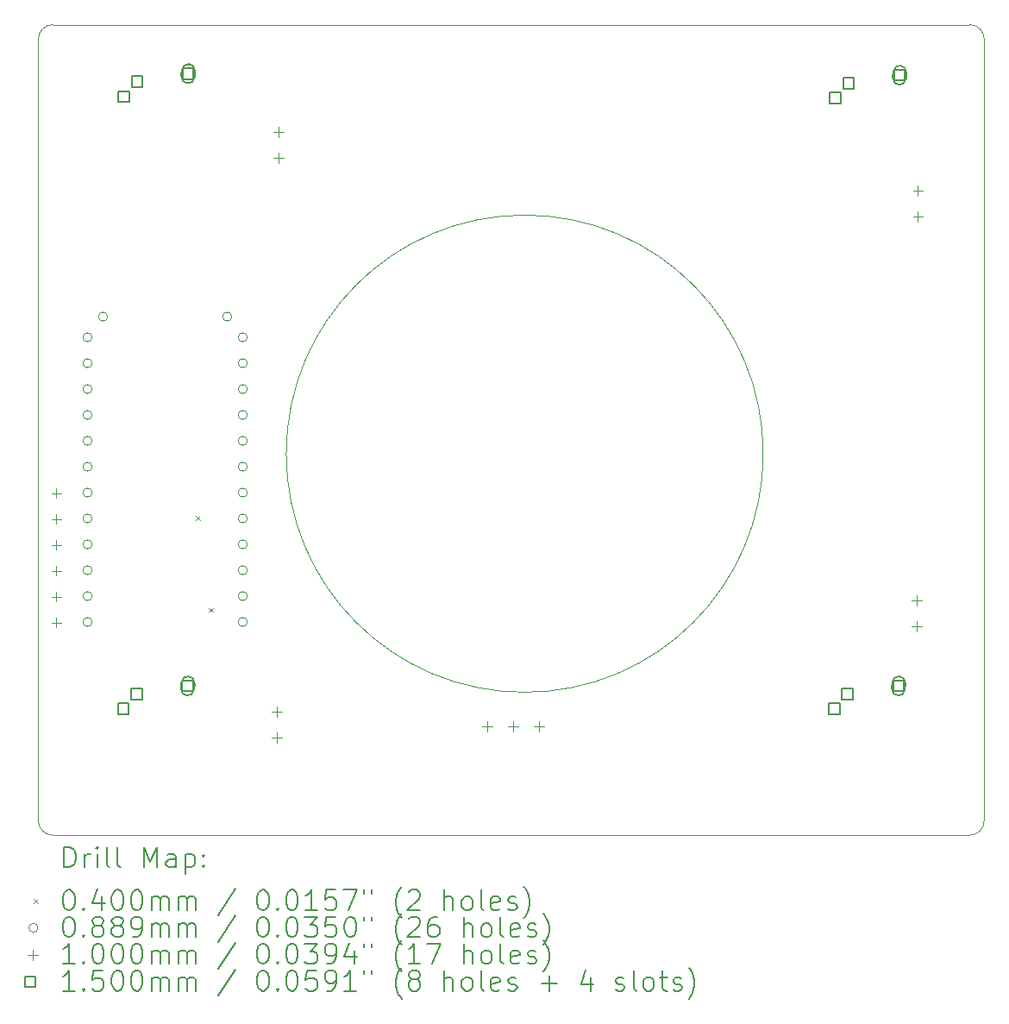
<source format=gbr>
%FSLAX45Y45*%
G04 Gerber Fmt 4.5, Leading zero omitted, Abs format (unit mm)*
G04 Created by KiCad (PCBNEW (6.0.1)) date 2022-07-08 00:12:48*
%MOMM*%
%LPD*%
G01*
G04 APERTURE LIST*
%TA.AperFunction,Profile*%
%ADD10C,0.100000*%
%TD*%
%ADD11C,0.200000*%
%ADD12C,0.040000*%
%ADD13C,0.088900*%
%ADD14C,0.100000*%
%ADD15C,0.150000*%
G04 APERTURE END LIST*
D10*
X7198360Y-12854909D02*
X7198360Y-5189251D01*
X7343171Y-5044440D02*
G75*
G03*
X7198360Y-5189251I-2446J-142365D01*
G01*
X7198360Y-12854909D02*
G75*
G03*
X7343171Y-12999720I142365J-2446D01*
G01*
X16339789Y-12999720D02*
X7343171Y-12999720D01*
X16339789Y-12999720D02*
G75*
G03*
X16484600Y-12854909I2446J142365D01*
G01*
X14315097Y-9255417D02*
G75*
G03*
X14315097Y-9255417I-2341537J0D01*
G01*
X16484600Y-5189251D02*
G75*
G03*
X16339789Y-5044440I-142366J2446D01*
G01*
X7343171Y-5044440D02*
X16339789Y-5044440D01*
X16484600Y-5189251D02*
X16484600Y-12854909D01*
D11*
D12*
X8748080Y-9865680D02*
X8788080Y-9905680D01*
X8788080Y-9865680D02*
X8748080Y-9905680D01*
X8875080Y-10769920D02*
X8915080Y-10809920D01*
X8915080Y-10769920D02*
X8875080Y-10809920D01*
D13*
X7725410Y-8113315D02*
G75*
G03*
X7725410Y-8113315I-44450J0D01*
G01*
X7725410Y-8367315D02*
G75*
G03*
X7725410Y-8367315I-44450J0D01*
G01*
X7725410Y-8621315D02*
G75*
G03*
X7725410Y-8621315I-44450J0D01*
G01*
X7725410Y-8875315D02*
G75*
G03*
X7725410Y-8875315I-44450J0D01*
G01*
X7725410Y-9129315D02*
G75*
G03*
X7725410Y-9129315I-44450J0D01*
G01*
X7725410Y-9383315D02*
G75*
G03*
X7725410Y-9383315I-44450J0D01*
G01*
X7725410Y-9637315D02*
G75*
G03*
X7725410Y-9637315I-44450J0D01*
G01*
X7725410Y-9891315D02*
G75*
G03*
X7725410Y-9891315I-44450J0D01*
G01*
X7725410Y-10145315D02*
G75*
G03*
X7725410Y-10145315I-44450J0D01*
G01*
X7725410Y-10399315D02*
G75*
G03*
X7725410Y-10399315I-44450J0D01*
G01*
X7725410Y-10653315D02*
G75*
G03*
X7725410Y-10653315I-44450J0D01*
G01*
X7725410Y-10907315D02*
G75*
G03*
X7725410Y-10907315I-44450J0D01*
G01*
X7877810Y-7910115D02*
G75*
G03*
X7877810Y-7910115I-44450J0D01*
G01*
X9097010Y-7910115D02*
G75*
G03*
X9097010Y-7910115I-44450J0D01*
G01*
X9249410Y-8113315D02*
G75*
G03*
X9249410Y-8113315I-44450J0D01*
G01*
X9249410Y-8367315D02*
G75*
G03*
X9249410Y-8367315I-44450J0D01*
G01*
X9249410Y-8621315D02*
G75*
G03*
X9249410Y-8621315I-44450J0D01*
G01*
X9249410Y-8875315D02*
G75*
G03*
X9249410Y-8875315I-44450J0D01*
G01*
X9249410Y-9129315D02*
G75*
G03*
X9249410Y-9129315I-44450J0D01*
G01*
X9249410Y-9383315D02*
G75*
G03*
X9249410Y-9383315I-44450J0D01*
G01*
X9249410Y-9637315D02*
G75*
G03*
X9249410Y-9637315I-44450J0D01*
G01*
X9249410Y-9891315D02*
G75*
G03*
X9249410Y-9891315I-44450J0D01*
G01*
X9249410Y-10145315D02*
G75*
G03*
X9249410Y-10145315I-44450J0D01*
G01*
X9249410Y-10399315D02*
G75*
G03*
X9249410Y-10399315I-44450J0D01*
G01*
X9249410Y-10653315D02*
G75*
G03*
X9249410Y-10653315I-44450J0D01*
G01*
X9249410Y-10907315D02*
G75*
G03*
X9249410Y-10907315I-44450J0D01*
G01*
D14*
X7376160Y-9591840D02*
X7376160Y-9691840D01*
X7326160Y-9641840D02*
X7426160Y-9641840D01*
X7376160Y-9845840D02*
X7376160Y-9945840D01*
X7326160Y-9895840D02*
X7426160Y-9895840D01*
X7376160Y-10099840D02*
X7376160Y-10199840D01*
X7326160Y-10149840D02*
X7426160Y-10149840D01*
X7376160Y-10353840D02*
X7376160Y-10453840D01*
X7326160Y-10403840D02*
X7426160Y-10403840D01*
X7376160Y-10607840D02*
X7376160Y-10707840D01*
X7326160Y-10657840D02*
X7426160Y-10657840D01*
X7376160Y-10861840D02*
X7376160Y-10961840D01*
X7326160Y-10911840D02*
X7426160Y-10911840D01*
X9540240Y-11740680D02*
X9540240Y-11840680D01*
X9490240Y-11790680D02*
X9590240Y-11790680D01*
X9540240Y-11994680D02*
X9540240Y-12094680D01*
X9490240Y-12044680D02*
X9590240Y-12044680D01*
X9555480Y-6046000D02*
X9555480Y-6146000D01*
X9505480Y-6096000D02*
X9605480Y-6096000D01*
X9555480Y-6300000D02*
X9555480Y-6400000D01*
X9505480Y-6350000D02*
X9605480Y-6350000D01*
X11602720Y-11882920D02*
X11602720Y-11982920D01*
X11552720Y-11932920D02*
X11652720Y-11932920D01*
X11856720Y-11882920D02*
X11856720Y-11982920D01*
X11806720Y-11932920D02*
X11906720Y-11932920D01*
X12110720Y-11882920D02*
X12110720Y-11982920D01*
X12060720Y-11932920D02*
X12160720Y-11932920D01*
X15819120Y-10648480D02*
X15819120Y-10748480D01*
X15769120Y-10698480D02*
X15869120Y-10698480D01*
X15819120Y-10902480D02*
X15819120Y-11002480D01*
X15769120Y-10952480D02*
X15869120Y-10952480D01*
X15834360Y-6625120D02*
X15834360Y-6725120D01*
X15784360Y-6675120D02*
X15884360Y-6675120D01*
X15834360Y-6879120D02*
X15834360Y-6979120D01*
X15784360Y-6929120D02*
X15884360Y-6929120D01*
D15*
X8084513Y-11813233D02*
X8084513Y-11707166D01*
X7978446Y-11707166D01*
X7978446Y-11813233D01*
X8084513Y-11813233D01*
X8089593Y-5803593D02*
X8089593Y-5697526D01*
X7983526Y-5697526D01*
X7983526Y-5803593D01*
X8089593Y-5803593D01*
X8215513Y-11667233D02*
X8215513Y-11561166D01*
X8109446Y-11561166D01*
X8109446Y-11667233D01*
X8215513Y-11667233D01*
X8220593Y-5657593D02*
X8220593Y-5551527D01*
X8114526Y-5551527D01*
X8114526Y-5657593D01*
X8220593Y-5657593D01*
X8717514Y-11588233D02*
X8717514Y-11482166D01*
X8611447Y-11482166D01*
X8611447Y-11588233D01*
X8717514Y-11588233D01*
D11*
X8727294Y-11568732D02*
X8731349Y-11510736D01*
X8597611Y-11559663D02*
X8601666Y-11501668D01*
X8731349Y-11510736D02*
G75*
G03*
X8601666Y-11501668I-64842J4534D01*
G01*
X8597611Y-11559663D02*
G75*
G03*
X8727294Y-11568732I64842J-4534D01*
G01*
D15*
X8722594Y-5578594D02*
X8722594Y-5472527D01*
X8616527Y-5472527D01*
X8616527Y-5578594D01*
X8722594Y-5578594D01*
D11*
X8732374Y-5559092D02*
X8736429Y-5501097D01*
X8602691Y-5550024D02*
X8606746Y-5492028D01*
X8736429Y-5501097D02*
G75*
G03*
X8606746Y-5492028I-64842J4534D01*
G01*
X8602691Y-5550024D02*
G75*
G03*
X8732374Y-5559092I64842J-4534D01*
G01*
D15*
X15064433Y-11813233D02*
X15064433Y-11707166D01*
X14958366Y-11707166D01*
X14958366Y-11813233D01*
X15064433Y-11813233D01*
X15074593Y-5818833D02*
X15074593Y-5712766D01*
X14968526Y-5712766D01*
X14968526Y-5818833D01*
X15074593Y-5818833D01*
X15195433Y-11667233D02*
X15195433Y-11561166D01*
X15089366Y-11561166D01*
X15089366Y-11667233D01*
X15195433Y-11667233D01*
X15205593Y-5672833D02*
X15205593Y-5566767D01*
X15099526Y-5566767D01*
X15099526Y-5672833D01*
X15205593Y-5672833D01*
X15697433Y-11588233D02*
X15697433Y-11482166D01*
X15591366Y-11482166D01*
X15591366Y-11588233D01*
X15697433Y-11588233D01*
D11*
X15707214Y-11568732D02*
X15711269Y-11510736D01*
X15577531Y-11559663D02*
X15581586Y-11501668D01*
X15711269Y-11510736D02*
G75*
G03*
X15581586Y-11501668I-64842J4534D01*
G01*
X15577531Y-11559663D02*
G75*
G03*
X15707214Y-11568732I64842J-4534D01*
G01*
D15*
X15707593Y-5593833D02*
X15707593Y-5487767D01*
X15601526Y-5487767D01*
X15601526Y-5593833D01*
X15707593Y-5593833D01*
D11*
X15717374Y-5574332D02*
X15721429Y-5516337D01*
X15587691Y-5565264D02*
X15591746Y-5507268D01*
X15721429Y-5516337D02*
G75*
G03*
X15591746Y-5507268I-64842J4534D01*
G01*
X15587691Y-5565264D02*
G75*
G03*
X15717374Y-5574332I64842J-4534D01*
G01*
X7450958Y-13315217D02*
X7450958Y-13115217D01*
X7498577Y-13115217D01*
X7527148Y-13124741D01*
X7546196Y-13143789D01*
X7555720Y-13162836D01*
X7565244Y-13200931D01*
X7565244Y-13229503D01*
X7555720Y-13267598D01*
X7546196Y-13286646D01*
X7527148Y-13305693D01*
X7498577Y-13315217D01*
X7450958Y-13315217D01*
X7650958Y-13315217D02*
X7650958Y-13181884D01*
X7650958Y-13219979D02*
X7660482Y-13200931D01*
X7670006Y-13191408D01*
X7689053Y-13181884D01*
X7708101Y-13181884D01*
X7774767Y-13315217D02*
X7774767Y-13181884D01*
X7774767Y-13115217D02*
X7765244Y-13124741D01*
X7774767Y-13134265D01*
X7784291Y-13124741D01*
X7774767Y-13115217D01*
X7774767Y-13134265D01*
X7898577Y-13315217D02*
X7879529Y-13305693D01*
X7870006Y-13286646D01*
X7870006Y-13115217D01*
X8003339Y-13315217D02*
X7984291Y-13305693D01*
X7974767Y-13286646D01*
X7974767Y-13115217D01*
X8231910Y-13315217D02*
X8231910Y-13115217D01*
X8298577Y-13258074D01*
X8365244Y-13115217D01*
X8365244Y-13315217D01*
X8546196Y-13315217D02*
X8546196Y-13210455D01*
X8536672Y-13191408D01*
X8517625Y-13181884D01*
X8479529Y-13181884D01*
X8460482Y-13191408D01*
X8546196Y-13305693D02*
X8527149Y-13315217D01*
X8479529Y-13315217D01*
X8460482Y-13305693D01*
X8450958Y-13286646D01*
X8450958Y-13267598D01*
X8460482Y-13248550D01*
X8479529Y-13239027D01*
X8527149Y-13239027D01*
X8546196Y-13229503D01*
X8641434Y-13181884D02*
X8641434Y-13381884D01*
X8641434Y-13191408D02*
X8660482Y-13181884D01*
X8698577Y-13181884D01*
X8717625Y-13191408D01*
X8727149Y-13200931D01*
X8736672Y-13219979D01*
X8736672Y-13277122D01*
X8727149Y-13296169D01*
X8717625Y-13305693D01*
X8698577Y-13315217D01*
X8660482Y-13315217D01*
X8641434Y-13305693D01*
X8822387Y-13296169D02*
X8831910Y-13305693D01*
X8822387Y-13315217D01*
X8812863Y-13305693D01*
X8822387Y-13296169D01*
X8822387Y-13315217D01*
X8822387Y-13191408D02*
X8831910Y-13200931D01*
X8822387Y-13210455D01*
X8812863Y-13200931D01*
X8822387Y-13191408D01*
X8822387Y-13210455D01*
D12*
X7153339Y-13624741D02*
X7193339Y-13664741D01*
X7193339Y-13624741D02*
X7153339Y-13664741D01*
D11*
X7489053Y-13535217D02*
X7508101Y-13535217D01*
X7527148Y-13544741D01*
X7536672Y-13554265D01*
X7546196Y-13573312D01*
X7555720Y-13611408D01*
X7555720Y-13659027D01*
X7546196Y-13697122D01*
X7536672Y-13716169D01*
X7527148Y-13725693D01*
X7508101Y-13735217D01*
X7489053Y-13735217D01*
X7470006Y-13725693D01*
X7460482Y-13716169D01*
X7450958Y-13697122D01*
X7441434Y-13659027D01*
X7441434Y-13611408D01*
X7450958Y-13573312D01*
X7460482Y-13554265D01*
X7470006Y-13544741D01*
X7489053Y-13535217D01*
X7641434Y-13716169D02*
X7650958Y-13725693D01*
X7641434Y-13735217D01*
X7631910Y-13725693D01*
X7641434Y-13716169D01*
X7641434Y-13735217D01*
X7822387Y-13601884D02*
X7822387Y-13735217D01*
X7774767Y-13525693D02*
X7727148Y-13668550D01*
X7850958Y-13668550D01*
X7965244Y-13535217D02*
X7984291Y-13535217D01*
X8003339Y-13544741D01*
X8012863Y-13554265D01*
X8022387Y-13573312D01*
X8031910Y-13611408D01*
X8031910Y-13659027D01*
X8022387Y-13697122D01*
X8012863Y-13716169D01*
X8003339Y-13725693D01*
X7984291Y-13735217D01*
X7965244Y-13735217D01*
X7946196Y-13725693D01*
X7936672Y-13716169D01*
X7927148Y-13697122D01*
X7917625Y-13659027D01*
X7917625Y-13611408D01*
X7927148Y-13573312D01*
X7936672Y-13554265D01*
X7946196Y-13544741D01*
X7965244Y-13535217D01*
X8155720Y-13535217D02*
X8174767Y-13535217D01*
X8193815Y-13544741D01*
X8203339Y-13554265D01*
X8212863Y-13573312D01*
X8222387Y-13611408D01*
X8222387Y-13659027D01*
X8212863Y-13697122D01*
X8203339Y-13716169D01*
X8193815Y-13725693D01*
X8174767Y-13735217D01*
X8155720Y-13735217D01*
X8136672Y-13725693D01*
X8127148Y-13716169D01*
X8117625Y-13697122D01*
X8108101Y-13659027D01*
X8108101Y-13611408D01*
X8117625Y-13573312D01*
X8127148Y-13554265D01*
X8136672Y-13544741D01*
X8155720Y-13535217D01*
X8308101Y-13735217D02*
X8308101Y-13601884D01*
X8308101Y-13620931D02*
X8317625Y-13611408D01*
X8336672Y-13601884D01*
X8365244Y-13601884D01*
X8384291Y-13611408D01*
X8393815Y-13630455D01*
X8393815Y-13735217D01*
X8393815Y-13630455D02*
X8403339Y-13611408D01*
X8422387Y-13601884D01*
X8450958Y-13601884D01*
X8470006Y-13611408D01*
X8479529Y-13630455D01*
X8479529Y-13735217D01*
X8574768Y-13735217D02*
X8574768Y-13601884D01*
X8574768Y-13620931D02*
X8584291Y-13611408D01*
X8603339Y-13601884D01*
X8631910Y-13601884D01*
X8650958Y-13611408D01*
X8660482Y-13630455D01*
X8660482Y-13735217D01*
X8660482Y-13630455D02*
X8670006Y-13611408D01*
X8689053Y-13601884D01*
X8717625Y-13601884D01*
X8736672Y-13611408D01*
X8746196Y-13630455D01*
X8746196Y-13735217D01*
X9136672Y-13525693D02*
X8965244Y-13782836D01*
X9393815Y-13535217D02*
X9412863Y-13535217D01*
X9431910Y-13544741D01*
X9441434Y-13554265D01*
X9450958Y-13573312D01*
X9460482Y-13611408D01*
X9460482Y-13659027D01*
X9450958Y-13697122D01*
X9441434Y-13716169D01*
X9431910Y-13725693D01*
X9412863Y-13735217D01*
X9393815Y-13735217D01*
X9374768Y-13725693D01*
X9365244Y-13716169D01*
X9355720Y-13697122D01*
X9346196Y-13659027D01*
X9346196Y-13611408D01*
X9355720Y-13573312D01*
X9365244Y-13554265D01*
X9374768Y-13544741D01*
X9393815Y-13535217D01*
X9546196Y-13716169D02*
X9555720Y-13725693D01*
X9546196Y-13735217D01*
X9536672Y-13725693D01*
X9546196Y-13716169D01*
X9546196Y-13735217D01*
X9679529Y-13535217D02*
X9698577Y-13535217D01*
X9717625Y-13544741D01*
X9727149Y-13554265D01*
X9736672Y-13573312D01*
X9746196Y-13611408D01*
X9746196Y-13659027D01*
X9736672Y-13697122D01*
X9727149Y-13716169D01*
X9717625Y-13725693D01*
X9698577Y-13735217D01*
X9679529Y-13735217D01*
X9660482Y-13725693D01*
X9650958Y-13716169D01*
X9641434Y-13697122D01*
X9631910Y-13659027D01*
X9631910Y-13611408D01*
X9641434Y-13573312D01*
X9650958Y-13554265D01*
X9660482Y-13544741D01*
X9679529Y-13535217D01*
X9936672Y-13735217D02*
X9822387Y-13735217D01*
X9879529Y-13735217D02*
X9879529Y-13535217D01*
X9860482Y-13563789D01*
X9841434Y-13582836D01*
X9822387Y-13592360D01*
X10117625Y-13535217D02*
X10022387Y-13535217D01*
X10012863Y-13630455D01*
X10022387Y-13620931D01*
X10041434Y-13611408D01*
X10089053Y-13611408D01*
X10108101Y-13620931D01*
X10117625Y-13630455D01*
X10127149Y-13649503D01*
X10127149Y-13697122D01*
X10117625Y-13716169D01*
X10108101Y-13725693D01*
X10089053Y-13735217D01*
X10041434Y-13735217D01*
X10022387Y-13725693D01*
X10012863Y-13716169D01*
X10193815Y-13535217D02*
X10327149Y-13535217D01*
X10241434Y-13735217D01*
X10393815Y-13535217D02*
X10393815Y-13573312D01*
X10470006Y-13535217D02*
X10470006Y-13573312D01*
X10765244Y-13811408D02*
X10755720Y-13801884D01*
X10736672Y-13773312D01*
X10727149Y-13754265D01*
X10717625Y-13725693D01*
X10708101Y-13678074D01*
X10708101Y-13639979D01*
X10717625Y-13592360D01*
X10727149Y-13563789D01*
X10736672Y-13544741D01*
X10755720Y-13516169D01*
X10765244Y-13506646D01*
X10831910Y-13554265D02*
X10841434Y-13544741D01*
X10860482Y-13535217D01*
X10908101Y-13535217D01*
X10927149Y-13544741D01*
X10936672Y-13554265D01*
X10946196Y-13573312D01*
X10946196Y-13592360D01*
X10936672Y-13620931D01*
X10822387Y-13735217D01*
X10946196Y-13735217D01*
X11184291Y-13735217D02*
X11184291Y-13535217D01*
X11270006Y-13735217D02*
X11270006Y-13630455D01*
X11260482Y-13611408D01*
X11241434Y-13601884D01*
X11212863Y-13601884D01*
X11193815Y-13611408D01*
X11184291Y-13620931D01*
X11393815Y-13735217D02*
X11374767Y-13725693D01*
X11365244Y-13716169D01*
X11355720Y-13697122D01*
X11355720Y-13639979D01*
X11365244Y-13620931D01*
X11374767Y-13611408D01*
X11393815Y-13601884D01*
X11422387Y-13601884D01*
X11441434Y-13611408D01*
X11450958Y-13620931D01*
X11460482Y-13639979D01*
X11460482Y-13697122D01*
X11450958Y-13716169D01*
X11441434Y-13725693D01*
X11422387Y-13735217D01*
X11393815Y-13735217D01*
X11574767Y-13735217D02*
X11555720Y-13725693D01*
X11546196Y-13706646D01*
X11546196Y-13535217D01*
X11727148Y-13725693D02*
X11708101Y-13735217D01*
X11670006Y-13735217D01*
X11650958Y-13725693D01*
X11641434Y-13706646D01*
X11641434Y-13630455D01*
X11650958Y-13611408D01*
X11670006Y-13601884D01*
X11708101Y-13601884D01*
X11727148Y-13611408D01*
X11736672Y-13630455D01*
X11736672Y-13649503D01*
X11641434Y-13668550D01*
X11812863Y-13725693D02*
X11831910Y-13735217D01*
X11870006Y-13735217D01*
X11889053Y-13725693D01*
X11898577Y-13706646D01*
X11898577Y-13697122D01*
X11889053Y-13678074D01*
X11870006Y-13668550D01*
X11841434Y-13668550D01*
X11822387Y-13659027D01*
X11812863Y-13639979D01*
X11812863Y-13630455D01*
X11822387Y-13611408D01*
X11841434Y-13601884D01*
X11870006Y-13601884D01*
X11889053Y-13611408D01*
X11965244Y-13811408D02*
X11974767Y-13801884D01*
X11993815Y-13773312D01*
X12003339Y-13754265D01*
X12012863Y-13725693D01*
X12022387Y-13678074D01*
X12022387Y-13639979D01*
X12012863Y-13592360D01*
X12003339Y-13563789D01*
X11993815Y-13544741D01*
X11974767Y-13516169D01*
X11965244Y-13506646D01*
D13*
X7193339Y-13908741D02*
G75*
G03*
X7193339Y-13908741I-44450J0D01*
G01*
D11*
X7489053Y-13799217D02*
X7508101Y-13799217D01*
X7527148Y-13808741D01*
X7536672Y-13818265D01*
X7546196Y-13837312D01*
X7555720Y-13875408D01*
X7555720Y-13923027D01*
X7546196Y-13961122D01*
X7536672Y-13980169D01*
X7527148Y-13989693D01*
X7508101Y-13999217D01*
X7489053Y-13999217D01*
X7470006Y-13989693D01*
X7460482Y-13980169D01*
X7450958Y-13961122D01*
X7441434Y-13923027D01*
X7441434Y-13875408D01*
X7450958Y-13837312D01*
X7460482Y-13818265D01*
X7470006Y-13808741D01*
X7489053Y-13799217D01*
X7641434Y-13980169D02*
X7650958Y-13989693D01*
X7641434Y-13999217D01*
X7631910Y-13989693D01*
X7641434Y-13980169D01*
X7641434Y-13999217D01*
X7765244Y-13884931D02*
X7746196Y-13875408D01*
X7736672Y-13865884D01*
X7727148Y-13846836D01*
X7727148Y-13837312D01*
X7736672Y-13818265D01*
X7746196Y-13808741D01*
X7765244Y-13799217D01*
X7803339Y-13799217D01*
X7822387Y-13808741D01*
X7831910Y-13818265D01*
X7841434Y-13837312D01*
X7841434Y-13846836D01*
X7831910Y-13865884D01*
X7822387Y-13875408D01*
X7803339Y-13884931D01*
X7765244Y-13884931D01*
X7746196Y-13894455D01*
X7736672Y-13903979D01*
X7727148Y-13923027D01*
X7727148Y-13961122D01*
X7736672Y-13980169D01*
X7746196Y-13989693D01*
X7765244Y-13999217D01*
X7803339Y-13999217D01*
X7822387Y-13989693D01*
X7831910Y-13980169D01*
X7841434Y-13961122D01*
X7841434Y-13923027D01*
X7831910Y-13903979D01*
X7822387Y-13894455D01*
X7803339Y-13884931D01*
X7955720Y-13884931D02*
X7936672Y-13875408D01*
X7927148Y-13865884D01*
X7917625Y-13846836D01*
X7917625Y-13837312D01*
X7927148Y-13818265D01*
X7936672Y-13808741D01*
X7955720Y-13799217D01*
X7993815Y-13799217D01*
X8012863Y-13808741D01*
X8022387Y-13818265D01*
X8031910Y-13837312D01*
X8031910Y-13846836D01*
X8022387Y-13865884D01*
X8012863Y-13875408D01*
X7993815Y-13884931D01*
X7955720Y-13884931D01*
X7936672Y-13894455D01*
X7927148Y-13903979D01*
X7917625Y-13923027D01*
X7917625Y-13961122D01*
X7927148Y-13980169D01*
X7936672Y-13989693D01*
X7955720Y-13999217D01*
X7993815Y-13999217D01*
X8012863Y-13989693D01*
X8022387Y-13980169D01*
X8031910Y-13961122D01*
X8031910Y-13923027D01*
X8022387Y-13903979D01*
X8012863Y-13894455D01*
X7993815Y-13884931D01*
X8127148Y-13999217D02*
X8165244Y-13999217D01*
X8184291Y-13989693D01*
X8193815Y-13980169D01*
X8212863Y-13951598D01*
X8222387Y-13913503D01*
X8222387Y-13837312D01*
X8212863Y-13818265D01*
X8203339Y-13808741D01*
X8184291Y-13799217D01*
X8146196Y-13799217D01*
X8127148Y-13808741D01*
X8117625Y-13818265D01*
X8108101Y-13837312D01*
X8108101Y-13884931D01*
X8117625Y-13903979D01*
X8127148Y-13913503D01*
X8146196Y-13923027D01*
X8184291Y-13923027D01*
X8203339Y-13913503D01*
X8212863Y-13903979D01*
X8222387Y-13884931D01*
X8308101Y-13999217D02*
X8308101Y-13865884D01*
X8308101Y-13884931D02*
X8317625Y-13875408D01*
X8336672Y-13865884D01*
X8365244Y-13865884D01*
X8384291Y-13875408D01*
X8393815Y-13894455D01*
X8393815Y-13999217D01*
X8393815Y-13894455D02*
X8403339Y-13875408D01*
X8422387Y-13865884D01*
X8450958Y-13865884D01*
X8470006Y-13875408D01*
X8479529Y-13894455D01*
X8479529Y-13999217D01*
X8574768Y-13999217D02*
X8574768Y-13865884D01*
X8574768Y-13884931D02*
X8584291Y-13875408D01*
X8603339Y-13865884D01*
X8631910Y-13865884D01*
X8650958Y-13875408D01*
X8660482Y-13894455D01*
X8660482Y-13999217D01*
X8660482Y-13894455D02*
X8670006Y-13875408D01*
X8689053Y-13865884D01*
X8717625Y-13865884D01*
X8736672Y-13875408D01*
X8746196Y-13894455D01*
X8746196Y-13999217D01*
X9136672Y-13789693D02*
X8965244Y-14046836D01*
X9393815Y-13799217D02*
X9412863Y-13799217D01*
X9431910Y-13808741D01*
X9441434Y-13818265D01*
X9450958Y-13837312D01*
X9460482Y-13875408D01*
X9460482Y-13923027D01*
X9450958Y-13961122D01*
X9441434Y-13980169D01*
X9431910Y-13989693D01*
X9412863Y-13999217D01*
X9393815Y-13999217D01*
X9374768Y-13989693D01*
X9365244Y-13980169D01*
X9355720Y-13961122D01*
X9346196Y-13923027D01*
X9346196Y-13875408D01*
X9355720Y-13837312D01*
X9365244Y-13818265D01*
X9374768Y-13808741D01*
X9393815Y-13799217D01*
X9546196Y-13980169D02*
X9555720Y-13989693D01*
X9546196Y-13999217D01*
X9536672Y-13989693D01*
X9546196Y-13980169D01*
X9546196Y-13999217D01*
X9679529Y-13799217D02*
X9698577Y-13799217D01*
X9717625Y-13808741D01*
X9727149Y-13818265D01*
X9736672Y-13837312D01*
X9746196Y-13875408D01*
X9746196Y-13923027D01*
X9736672Y-13961122D01*
X9727149Y-13980169D01*
X9717625Y-13989693D01*
X9698577Y-13999217D01*
X9679529Y-13999217D01*
X9660482Y-13989693D01*
X9650958Y-13980169D01*
X9641434Y-13961122D01*
X9631910Y-13923027D01*
X9631910Y-13875408D01*
X9641434Y-13837312D01*
X9650958Y-13818265D01*
X9660482Y-13808741D01*
X9679529Y-13799217D01*
X9812863Y-13799217D02*
X9936672Y-13799217D01*
X9870006Y-13875408D01*
X9898577Y-13875408D01*
X9917625Y-13884931D01*
X9927149Y-13894455D01*
X9936672Y-13913503D01*
X9936672Y-13961122D01*
X9927149Y-13980169D01*
X9917625Y-13989693D01*
X9898577Y-13999217D01*
X9841434Y-13999217D01*
X9822387Y-13989693D01*
X9812863Y-13980169D01*
X10117625Y-13799217D02*
X10022387Y-13799217D01*
X10012863Y-13894455D01*
X10022387Y-13884931D01*
X10041434Y-13875408D01*
X10089053Y-13875408D01*
X10108101Y-13884931D01*
X10117625Y-13894455D01*
X10127149Y-13913503D01*
X10127149Y-13961122D01*
X10117625Y-13980169D01*
X10108101Y-13989693D01*
X10089053Y-13999217D01*
X10041434Y-13999217D01*
X10022387Y-13989693D01*
X10012863Y-13980169D01*
X10250958Y-13799217D02*
X10270006Y-13799217D01*
X10289053Y-13808741D01*
X10298577Y-13818265D01*
X10308101Y-13837312D01*
X10317625Y-13875408D01*
X10317625Y-13923027D01*
X10308101Y-13961122D01*
X10298577Y-13980169D01*
X10289053Y-13989693D01*
X10270006Y-13999217D01*
X10250958Y-13999217D01*
X10231910Y-13989693D01*
X10222387Y-13980169D01*
X10212863Y-13961122D01*
X10203339Y-13923027D01*
X10203339Y-13875408D01*
X10212863Y-13837312D01*
X10222387Y-13818265D01*
X10231910Y-13808741D01*
X10250958Y-13799217D01*
X10393815Y-13799217D02*
X10393815Y-13837312D01*
X10470006Y-13799217D02*
X10470006Y-13837312D01*
X10765244Y-14075408D02*
X10755720Y-14065884D01*
X10736672Y-14037312D01*
X10727149Y-14018265D01*
X10717625Y-13989693D01*
X10708101Y-13942074D01*
X10708101Y-13903979D01*
X10717625Y-13856360D01*
X10727149Y-13827789D01*
X10736672Y-13808741D01*
X10755720Y-13780169D01*
X10765244Y-13770646D01*
X10831910Y-13818265D02*
X10841434Y-13808741D01*
X10860482Y-13799217D01*
X10908101Y-13799217D01*
X10927149Y-13808741D01*
X10936672Y-13818265D01*
X10946196Y-13837312D01*
X10946196Y-13856360D01*
X10936672Y-13884931D01*
X10822387Y-13999217D01*
X10946196Y-13999217D01*
X11117625Y-13799217D02*
X11079529Y-13799217D01*
X11060482Y-13808741D01*
X11050958Y-13818265D01*
X11031910Y-13846836D01*
X11022387Y-13884931D01*
X11022387Y-13961122D01*
X11031910Y-13980169D01*
X11041434Y-13989693D01*
X11060482Y-13999217D01*
X11098577Y-13999217D01*
X11117625Y-13989693D01*
X11127149Y-13980169D01*
X11136672Y-13961122D01*
X11136672Y-13913503D01*
X11127149Y-13894455D01*
X11117625Y-13884931D01*
X11098577Y-13875408D01*
X11060482Y-13875408D01*
X11041434Y-13884931D01*
X11031910Y-13894455D01*
X11022387Y-13913503D01*
X11374767Y-13999217D02*
X11374767Y-13799217D01*
X11460482Y-13999217D02*
X11460482Y-13894455D01*
X11450958Y-13875408D01*
X11431910Y-13865884D01*
X11403339Y-13865884D01*
X11384291Y-13875408D01*
X11374767Y-13884931D01*
X11584291Y-13999217D02*
X11565244Y-13989693D01*
X11555720Y-13980169D01*
X11546196Y-13961122D01*
X11546196Y-13903979D01*
X11555720Y-13884931D01*
X11565244Y-13875408D01*
X11584291Y-13865884D01*
X11612863Y-13865884D01*
X11631910Y-13875408D01*
X11641434Y-13884931D01*
X11650958Y-13903979D01*
X11650958Y-13961122D01*
X11641434Y-13980169D01*
X11631910Y-13989693D01*
X11612863Y-13999217D01*
X11584291Y-13999217D01*
X11765244Y-13999217D02*
X11746196Y-13989693D01*
X11736672Y-13970646D01*
X11736672Y-13799217D01*
X11917625Y-13989693D02*
X11898577Y-13999217D01*
X11860482Y-13999217D01*
X11841434Y-13989693D01*
X11831910Y-13970646D01*
X11831910Y-13894455D01*
X11841434Y-13875408D01*
X11860482Y-13865884D01*
X11898577Y-13865884D01*
X11917625Y-13875408D01*
X11927148Y-13894455D01*
X11927148Y-13913503D01*
X11831910Y-13932550D01*
X12003339Y-13989693D02*
X12022387Y-13999217D01*
X12060482Y-13999217D01*
X12079529Y-13989693D01*
X12089053Y-13970646D01*
X12089053Y-13961122D01*
X12079529Y-13942074D01*
X12060482Y-13932550D01*
X12031910Y-13932550D01*
X12012863Y-13923027D01*
X12003339Y-13903979D01*
X12003339Y-13894455D01*
X12012863Y-13875408D01*
X12031910Y-13865884D01*
X12060482Y-13865884D01*
X12079529Y-13875408D01*
X12155720Y-14075408D02*
X12165244Y-14065884D01*
X12184291Y-14037312D01*
X12193815Y-14018265D01*
X12203339Y-13989693D01*
X12212863Y-13942074D01*
X12212863Y-13903979D01*
X12203339Y-13856360D01*
X12193815Y-13827789D01*
X12184291Y-13808741D01*
X12165244Y-13780169D01*
X12155720Y-13770646D01*
D14*
X7143339Y-14122741D02*
X7143339Y-14222741D01*
X7093339Y-14172741D02*
X7193339Y-14172741D01*
D11*
X7555720Y-14263217D02*
X7441434Y-14263217D01*
X7498577Y-14263217D02*
X7498577Y-14063217D01*
X7479529Y-14091789D01*
X7460482Y-14110836D01*
X7441434Y-14120360D01*
X7641434Y-14244169D02*
X7650958Y-14253693D01*
X7641434Y-14263217D01*
X7631910Y-14253693D01*
X7641434Y-14244169D01*
X7641434Y-14263217D01*
X7774767Y-14063217D02*
X7793815Y-14063217D01*
X7812863Y-14072741D01*
X7822387Y-14082265D01*
X7831910Y-14101312D01*
X7841434Y-14139408D01*
X7841434Y-14187027D01*
X7831910Y-14225122D01*
X7822387Y-14244169D01*
X7812863Y-14253693D01*
X7793815Y-14263217D01*
X7774767Y-14263217D01*
X7755720Y-14253693D01*
X7746196Y-14244169D01*
X7736672Y-14225122D01*
X7727148Y-14187027D01*
X7727148Y-14139408D01*
X7736672Y-14101312D01*
X7746196Y-14082265D01*
X7755720Y-14072741D01*
X7774767Y-14063217D01*
X7965244Y-14063217D02*
X7984291Y-14063217D01*
X8003339Y-14072741D01*
X8012863Y-14082265D01*
X8022387Y-14101312D01*
X8031910Y-14139408D01*
X8031910Y-14187027D01*
X8022387Y-14225122D01*
X8012863Y-14244169D01*
X8003339Y-14253693D01*
X7984291Y-14263217D01*
X7965244Y-14263217D01*
X7946196Y-14253693D01*
X7936672Y-14244169D01*
X7927148Y-14225122D01*
X7917625Y-14187027D01*
X7917625Y-14139408D01*
X7927148Y-14101312D01*
X7936672Y-14082265D01*
X7946196Y-14072741D01*
X7965244Y-14063217D01*
X8155720Y-14063217D02*
X8174767Y-14063217D01*
X8193815Y-14072741D01*
X8203339Y-14082265D01*
X8212863Y-14101312D01*
X8222387Y-14139408D01*
X8222387Y-14187027D01*
X8212863Y-14225122D01*
X8203339Y-14244169D01*
X8193815Y-14253693D01*
X8174767Y-14263217D01*
X8155720Y-14263217D01*
X8136672Y-14253693D01*
X8127148Y-14244169D01*
X8117625Y-14225122D01*
X8108101Y-14187027D01*
X8108101Y-14139408D01*
X8117625Y-14101312D01*
X8127148Y-14082265D01*
X8136672Y-14072741D01*
X8155720Y-14063217D01*
X8308101Y-14263217D02*
X8308101Y-14129884D01*
X8308101Y-14148931D02*
X8317625Y-14139408D01*
X8336672Y-14129884D01*
X8365244Y-14129884D01*
X8384291Y-14139408D01*
X8393815Y-14158455D01*
X8393815Y-14263217D01*
X8393815Y-14158455D02*
X8403339Y-14139408D01*
X8422387Y-14129884D01*
X8450958Y-14129884D01*
X8470006Y-14139408D01*
X8479529Y-14158455D01*
X8479529Y-14263217D01*
X8574768Y-14263217D02*
X8574768Y-14129884D01*
X8574768Y-14148931D02*
X8584291Y-14139408D01*
X8603339Y-14129884D01*
X8631910Y-14129884D01*
X8650958Y-14139408D01*
X8660482Y-14158455D01*
X8660482Y-14263217D01*
X8660482Y-14158455D02*
X8670006Y-14139408D01*
X8689053Y-14129884D01*
X8717625Y-14129884D01*
X8736672Y-14139408D01*
X8746196Y-14158455D01*
X8746196Y-14263217D01*
X9136672Y-14053693D02*
X8965244Y-14310836D01*
X9393815Y-14063217D02*
X9412863Y-14063217D01*
X9431910Y-14072741D01*
X9441434Y-14082265D01*
X9450958Y-14101312D01*
X9460482Y-14139408D01*
X9460482Y-14187027D01*
X9450958Y-14225122D01*
X9441434Y-14244169D01*
X9431910Y-14253693D01*
X9412863Y-14263217D01*
X9393815Y-14263217D01*
X9374768Y-14253693D01*
X9365244Y-14244169D01*
X9355720Y-14225122D01*
X9346196Y-14187027D01*
X9346196Y-14139408D01*
X9355720Y-14101312D01*
X9365244Y-14082265D01*
X9374768Y-14072741D01*
X9393815Y-14063217D01*
X9546196Y-14244169D02*
X9555720Y-14253693D01*
X9546196Y-14263217D01*
X9536672Y-14253693D01*
X9546196Y-14244169D01*
X9546196Y-14263217D01*
X9679529Y-14063217D02*
X9698577Y-14063217D01*
X9717625Y-14072741D01*
X9727149Y-14082265D01*
X9736672Y-14101312D01*
X9746196Y-14139408D01*
X9746196Y-14187027D01*
X9736672Y-14225122D01*
X9727149Y-14244169D01*
X9717625Y-14253693D01*
X9698577Y-14263217D01*
X9679529Y-14263217D01*
X9660482Y-14253693D01*
X9650958Y-14244169D01*
X9641434Y-14225122D01*
X9631910Y-14187027D01*
X9631910Y-14139408D01*
X9641434Y-14101312D01*
X9650958Y-14082265D01*
X9660482Y-14072741D01*
X9679529Y-14063217D01*
X9812863Y-14063217D02*
X9936672Y-14063217D01*
X9870006Y-14139408D01*
X9898577Y-14139408D01*
X9917625Y-14148931D01*
X9927149Y-14158455D01*
X9936672Y-14177503D01*
X9936672Y-14225122D01*
X9927149Y-14244169D01*
X9917625Y-14253693D01*
X9898577Y-14263217D01*
X9841434Y-14263217D01*
X9822387Y-14253693D01*
X9812863Y-14244169D01*
X10031910Y-14263217D02*
X10070006Y-14263217D01*
X10089053Y-14253693D01*
X10098577Y-14244169D01*
X10117625Y-14215598D01*
X10127149Y-14177503D01*
X10127149Y-14101312D01*
X10117625Y-14082265D01*
X10108101Y-14072741D01*
X10089053Y-14063217D01*
X10050958Y-14063217D01*
X10031910Y-14072741D01*
X10022387Y-14082265D01*
X10012863Y-14101312D01*
X10012863Y-14148931D01*
X10022387Y-14167979D01*
X10031910Y-14177503D01*
X10050958Y-14187027D01*
X10089053Y-14187027D01*
X10108101Y-14177503D01*
X10117625Y-14167979D01*
X10127149Y-14148931D01*
X10298577Y-14129884D02*
X10298577Y-14263217D01*
X10250958Y-14053693D02*
X10203339Y-14196550D01*
X10327149Y-14196550D01*
X10393815Y-14063217D02*
X10393815Y-14101312D01*
X10470006Y-14063217D02*
X10470006Y-14101312D01*
X10765244Y-14339408D02*
X10755720Y-14329884D01*
X10736672Y-14301312D01*
X10727149Y-14282265D01*
X10717625Y-14253693D01*
X10708101Y-14206074D01*
X10708101Y-14167979D01*
X10717625Y-14120360D01*
X10727149Y-14091789D01*
X10736672Y-14072741D01*
X10755720Y-14044169D01*
X10765244Y-14034646D01*
X10946196Y-14263217D02*
X10831910Y-14263217D01*
X10889053Y-14263217D02*
X10889053Y-14063217D01*
X10870006Y-14091789D01*
X10850958Y-14110836D01*
X10831910Y-14120360D01*
X11012863Y-14063217D02*
X11146196Y-14063217D01*
X11060482Y-14263217D01*
X11374767Y-14263217D02*
X11374767Y-14063217D01*
X11460482Y-14263217D02*
X11460482Y-14158455D01*
X11450958Y-14139408D01*
X11431910Y-14129884D01*
X11403339Y-14129884D01*
X11384291Y-14139408D01*
X11374767Y-14148931D01*
X11584291Y-14263217D02*
X11565244Y-14253693D01*
X11555720Y-14244169D01*
X11546196Y-14225122D01*
X11546196Y-14167979D01*
X11555720Y-14148931D01*
X11565244Y-14139408D01*
X11584291Y-14129884D01*
X11612863Y-14129884D01*
X11631910Y-14139408D01*
X11641434Y-14148931D01*
X11650958Y-14167979D01*
X11650958Y-14225122D01*
X11641434Y-14244169D01*
X11631910Y-14253693D01*
X11612863Y-14263217D01*
X11584291Y-14263217D01*
X11765244Y-14263217D02*
X11746196Y-14253693D01*
X11736672Y-14234646D01*
X11736672Y-14063217D01*
X11917625Y-14253693D02*
X11898577Y-14263217D01*
X11860482Y-14263217D01*
X11841434Y-14253693D01*
X11831910Y-14234646D01*
X11831910Y-14158455D01*
X11841434Y-14139408D01*
X11860482Y-14129884D01*
X11898577Y-14129884D01*
X11917625Y-14139408D01*
X11927148Y-14158455D01*
X11927148Y-14177503D01*
X11831910Y-14196550D01*
X12003339Y-14253693D02*
X12022387Y-14263217D01*
X12060482Y-14263217D01*
X12079529Y-14253693D01*
X12089053Y-14234646D01*
X12089053Y-14225122D01*
X12079529Y-14206074D01*
X12060482Y-14196550D01*
X12031910Y-14196550D01*
X12012863Y-14187027D01*
X12003339Y-14167979D01*
X12003339Y-14158455D01*
X12012863Y-14139408D01*
X12031910Y-14129884D01*
X12060482Y-14129884D01*
X12079529Y-14139408D01*
X12155720Y-14339408D02*
X12165244Y-14329884D01*
X12184291Y-14301312D01*
X12193815Y-14282265D01*
X12203339Y-14253693D01*
X12212863Y-14206074D01*
X12212863Y-14167979D01*
X12203339Y-14120360D01*
X12193815Y-14091789D01*
X12184291Y-14072741D01*
X12165244Y-14044169D01*
X12155720Y-14034646D01*
D15*
X7171372Y-14489774D02*
X7171372Y-14383707D01*
X7065305Y-14383707D01*
X7065305Y-14489774D01*
X7171372Y-14489774D01*
D11*
X7555720Y-14527217D02*
X7441434Y-14527217D01*
X7498577Y-14527217D02*
X7498577Y-14327217D01*
X7479529Y-14355789D01*
X7460482Y-14374836D01*
X7441434Y-14384360D01*
X7641434Y-14508169D02*
X7650958Y-14517693D01*
X7641434Y-14527217D01*
X7631910Y-14517693D01*
X7641434Y-14508169D01*
X7641434Y-14527217D01*
X7831910Y-14327217D02*
X7736672Y-14327217D01*
X7727148Y-14422455D01*
X7736672Y-14412931D01*
X7755720Y-14403408D01*
X7803339Y-14403408D01*
X7822387Y-14412931D01*
X7831910Y-14422455D01*
X7841434Y-14441503D01*
X7841434Y-14489122D01*
X7831910Y-14508169D01*
X7822387Y-14517693D01*
X7803339Y-14527217D01*
X7755720Y-14527217D01*
X7736672Y-14517693D01*
X7727148Y-14508169D01*
X7965244Y-14327217D02*
X7984291Y-14327217D01*
X8003339Y-14336741D01*
X8012863Y-14346265D01*
X8022387Y-14365312D01*
X8031910Y-14403408D01*
X8031910Y-14451027D01*
X8022387Y-14489122D01*
X8012863Y-14508169D01*
X8003339Y-14517693D01*
X7984291Y-14527217D01*
X7965244Y-14527217D01*
X7946196Y-14517693D01*
X7936672Y-14508169D01*
X7927148Y-14489122D01*
X7917625Y-14451027D01*
X7917625Y-14403408D01*
X7927148Y-14365312D01*
X7936672Y-14346265D01*
X7946196Y-14336741D01*
X7965244Y-14327217D01*
X8155720Y-14327217D02*
X8174767Y-14327217D01*
X8193815Y-14336741D01*
X8203339Y-14346265D01*
X8212863Y-14365312D01*
X8222387Y-14403408D01*
X8222387Y-14451027D01*
X8212863Y-14489122D01*
X8203339Y-14508169D01*
X8193815Y-14517693D01*
X8174767Y-14527217D01*
X8155720Y-14527217D01*
X8136672Y-14517693D01*
X8127148Y-14508169D01*
X8117625Y-14489122D01*
X8108101Y-14451027D01*
X8108101Y-14403408D01*
X8117625Y-14365312D01*
X8127148Y-14346265D01*
X8136672Y-14336741D01*
X8155720Y-14327217D01*
X8308101Y-14527217D02*
X8308101Y-14393884D01*
X8308101Y-14412931D02*
X8317625Y-14403408D01*
X8336672Y-14393884D01*
X8365244Y-14393884D01*
X8384291Y-14403408D01*
X8393815Y-14422455D01*
X8393815Y-14527217D01*
X8393815Y-14422455D02*
X8403339Y-14403408D01*
X8422387Y-14393884D01*
X8450958Y-14393884D01*
X8470006Y-14403408D01*
X8479529Y-14422455D01*
X8479529Y-14527217D01*
X8574768Y-14527217D02*
X8574768Y-14393884D01*
X8574768Y-14412931D02*
X8584291Y-14403408D01*
X8603339Y-14393884D01*
X8631910Y-14393884D01*
X8650958Y-14403408D01*
X8660482Y-14422455D01*
X8660482Y-14527217D01*
X8660482Y-14422455D02*
X8670006Y-14403408D01*
X8689053Y-14393884D01*
X8717625Y-14393884D01*
X8736672Y-14403408D01*
X8746196Y-14422455D01*
X8746196Y-14527217D01*
X9136672Y-14317693D02*
X8965244Y-14574836D01*
X9393815Y-14327217D02*
X9412863Y-14327217D01*
X9431910Y-14336741D01*
X9441434Y-14346265D01*
X9450958Y-14365312D01*
X9460482Y-14403408D01*
X9460482Y-14451027D01*
X9450958Y-14489122D01*
X9441434Y-14508169D01*
X9431910Y-14517693D01*
X9412863Y-14527217D01*
X9393815Y-14527217D01*
X9374768Y-14517693D01*
X9365244Y-14508169D01*
X9355720Y-14489122D01*
X9346196Y-14451027D01*
X9346196Y-14403408D01*
X9355720Y-14365312D01*
X9365244Y-14346265D01*
X9374768Y-14336741D01*
X9393815Y-14327217D01*
X9546196Y-14508169D02*
X9555720Y-14517693D01*
X9546196Y-14527217D01*
X9536672Y-14517693D01*
X9546196Y-14508169D01*
X9546196Y-14527217D01*
X9679529Y-14327217D02*
X9698577Y-14327217D01*
X9717625Y-14336741D01*
X9727149Y-14346265D01*
X9736672Y-14365312D01*
X9746196Y-14403408D01*
X9746196Y-14451027D01*
X9736672Y-14489122D01*
X9727149Y-14508169D01*
X9717625Y-14517693D01*
X9698577Y-14527217D01*
X9679529Y-14527217D01*
X9660482Y-14517693D01*
X9650958Y-14508169D01*
X9641434Y-14489122D01*
X9631910Y-14451027D01*
X9631910Y-14403408D01*
X9641434Y-14365312D01*
X9650958Y-14346265D01*
X9660482Y-14336741D01*
X9679529Y-14327217D01*
X9927149Y-14327217D02*
X9831910Y-14327217D01*
X9822387Y-14422455D01*
X9831910Y-14412931D01*
X9850958Y-14403408D01*
X9898577Y-14403408D01*
X9917625Y-14412931D01*
X9927149Y-14422455D01*
X9936672Y-14441503D01*
X9936672Y-14489122D01*
X9927149Y-14508169D01*
X9917625Y-14517693D01*
X9898577Y-14527217D01*
X9850958Y-14527217D01*
X9831910Y-14517693D01*
X9822387Y-14508169D01*
X10031910Y-14527217D02*
X10070006Y-14527217D01*
X10089053Y-14517693D01*
X10098577Y-14508169D01*
X10117625Y-14479598D01*
X10127149Y-14441503D01*
X10127149Y-14365312D01*
X10117625Y-14346265D01*
X10108101Y-14336741D01*
X10089053Y-14327217D01*
X10050958Y-14327217D01*
X10031910Y-14336741D01*
X10022387Y-14346265D01*
X10012863Y-14365312D01*
X10012863Y-14412931D01*
X10022387Y-14431979D01*
X10031910Y-14441503D01*
X10050958Y-14451027D01*
X10089053Y-14451027D01*
X10108101Y-14441503D01*
X10117625Y-14431979D01*
X10127149Y-14412931D01*
X10317625Y-14527217D02*
X10203339Y-14527217D01*
X10260482Y-14527217D02*
X10260482Y-14327217D01*
X10241434Y-14355789D01*
X10222387Y-14374836D01*
X10203339Y-14384360D01*
X10393815Y-14327217D02*
X10393815Y-14365312D01*
X10470006Y-14327217D02*
X10470006Y-14365312D01*
X10765244Y-14603408D02*
X10755720Y-14593884D01*
X10736672Y-14565312D01*
X10727149Y-14546265D01*
X10717625Y-14517693D01*
X10708101Y-14470074D01*
X10708101Y-14431979D01*
X10717625Y-14384360D01*
X10727149Y-14355789D01*
X10736672Y-14336741D01*
X10755720Y-14308169D01*
X10765244Y-14298646D01*
X10870006Y-14412931D02*
X10850958Y-14403408D01*
X10841434Y-14393884D01*
X10831910Y-14374836D01*
X10831910Y-14365312D01*
X10841434Y-14346265D01*
X10850958Y-14336741D01*
X10870006Y-14327217D01*
X10908101Y-14327217D01*
X10927149Y-14336741D01*
X10936672Y-14346265D01*
X10946196Y-14365312D01*
X10946196Y-14374836D01*
X10936672Y-14393884D01*
X10927149Y-14403408D01*
X10908101Y-14412931D01*
X10870006Y-14412931D01*
X10850958Y-14422455D01*
X10841434Y-14431979D01*
X10831910Y-14451027D01*
X10831910Y-14489122D01*
X10841434Y-14508169D01*
X10850958Y-14517693D01*
X10870006Y-14527217D01*
X10908101Y-14527217D01*
X10927149Y-14517693D01*
X10936672Y-14508169D01*
X10946196Y-14489122D01*
X10946196Y-14451027D01*
X10936672Y-14431979D01*
X10927149Y-14422455D01*
X10908101Y-14412931D01*
X11184291Y-14527217D02*
X11184291Y-14327217D01*
X11270006Y-14527217D02*
X11270006Y-14422455D01*
X11260482Y-14403408D01*
X11241434Y-14393884D01*
X11212863Y-14393884D01*
X11193815Y-14403408D01*
X11184291Y-14412931D01*
X11393815Y-14527217D02*
X11374767Y-14517693D01*
X11365244Y-14508169D01*
X11355720Y-14489122D01*
X11355720Y-14431979D01*
X11365244Y-14412931D01*
X11374767Y-14403408D01*
X11393815Y-14393884D01*
X11422387Y-14393884D01*
X11441434Y-14403408D01*
X11450958Y-14412931D01*
X11460482Y-14431979D01*
X11460482Y-14489122D01*
X11450958Y-14508169D01*
X11441434Y-14517693D01*
X11422387Y-14527217D01*
X11393815Y-14527217D01*
X11574767Y-14527217D02*
X11555720Y-14517693D01*
X11546196Y-14498646D01*
X11546196Y-14327217D01*
X11727148Y-14517693D02*
X11708101Y-14527217D01*
X11670006Y-14527217D01*
X11650958Y-14517693D01*
X11641434Y-14498646D01*
X11641434Y-14422455D01*
X11650958Y-14403408D01*
X11670006Y-14393884D01*
X11708101Y-14393884D01*
X11727148Y-14403408D01*
X11736672Y-14422455D01*
X11736672Y-14441503D01*
X11641434Y-14460550D01*
X11812863Y-14517693D02*
X11831910Y-14527217D01*
X11870006Y-14527217D01*
X11889053Y-14517693D01*
X11898577Y-14498646D01*
X11898577Y-14489122D01*
X11889053Y-14470074D01*
X11870006Y-14460550D01*
X11841434Y-14460550D01*
X11822387Y-14451027D01*
X11812863Y-14431979D01*
X11812863Y-14422455D01*
X11822387Y-14403408D01*
X11841434Y-14393884D01*
X11870006Y-14393884D01*
X11889053Y-14403408D01*
X12136672Y-14451027D02*
X12289053Y-14451027D01*
X12212863Y-14527217D02*
X12212863Y-14374836D01*
X12622387Y-14393884D02*
X12622387Y-14527217D01*
X12574767Y-14317693D02*
X12527148Y-14460550D01*
X12650958Y-14460550D01*
X12870006Y-14517693D02*
X12889053Y-14527217D01*
X12927148Y-14527217D01*
X12946196Y-14517693D01*
X12955720Y-14498646D01*
X12955720Y-14489122D01*
X12946196Y-14470074D01*
X12927148Y-14460550D01*
X12898577Y-14460550D01*
X12879529Y-14451027D01*
X12870006Y-14431979D01*
X12870006Y-14422455D01*
X12879529Y-14403408D01*
X12898577Y-14393884D01*
X12927148Y-14393884D01*
X12946196Y-14403408D01*
X13070006Y-14527217D02*
X13050958Y-14517693D01*
X13041434Y-14498646D01*
X13041434Y-14327217D01*
X13174767Y-14527217D02*
X13155720Y-14517693D01*
X13146196Y-14508169D01*
X13136672Y-14489122D01*
X13136672Y-14431979D01*
X13146196Y-14412931D01*
X13155720Y-14403408D01*
X13174767Y-14393884D01*
X13203339Y-14393884D01*
X13222387Y-14403408D01*
X13231910Y-14412931D01*
X13241434Y-14431979D01*
X13241434Y-14489122D01*
X13231910Y-14508169D01*
X13222387Y-14517693D01*
X13203339Y-14527217D01*
X13174767Y-14527217D01*
X13298577Y-14393884D02*
X13374767Y-14393884D01*
X13327148Y-14327217D02*
X13327148Y-14498646D01*
X13336672Y-14517693D01*
X13355720Y-14527217D01*
X13374767Y-14527217D01*
X13431910Y-14517693D02*
X13450958Y-14527217D01*
X13489053Y-14527217D01*
X13508101Y-14517693D01*
X13517625Y-14498646D01*
X13517625Y-14489122D01*
X13508101Y-14470074D01*
X13489053Y-14460550D01*
X13460482Y-14460550D01*
X13441434Y-14451027D01*
X13431910Y-14431979D01*
X13431910Y-14422455D01*
X13441434Y-14403408D01*
X13460482Y-14393884D01*
X13489053Y-14393884D01*
X13508101Y-14403408D01*
X13584291Y-14603408D02*
X13593815Y-14593884D01*
X13612863Y-14565312D01*
X13622387Y-14546265D01*
X13631910Y-14517693D01*
X13641434Y-14470074D01*
X13641434Y-14431979D01*
X13631910Y-14384360D01*
X13622387Y-14355789D01*
X13612863Y-14336741D01*
X13593815Y-14308169D01*
X13584291Y-14298646D01*
M02*

</source>
